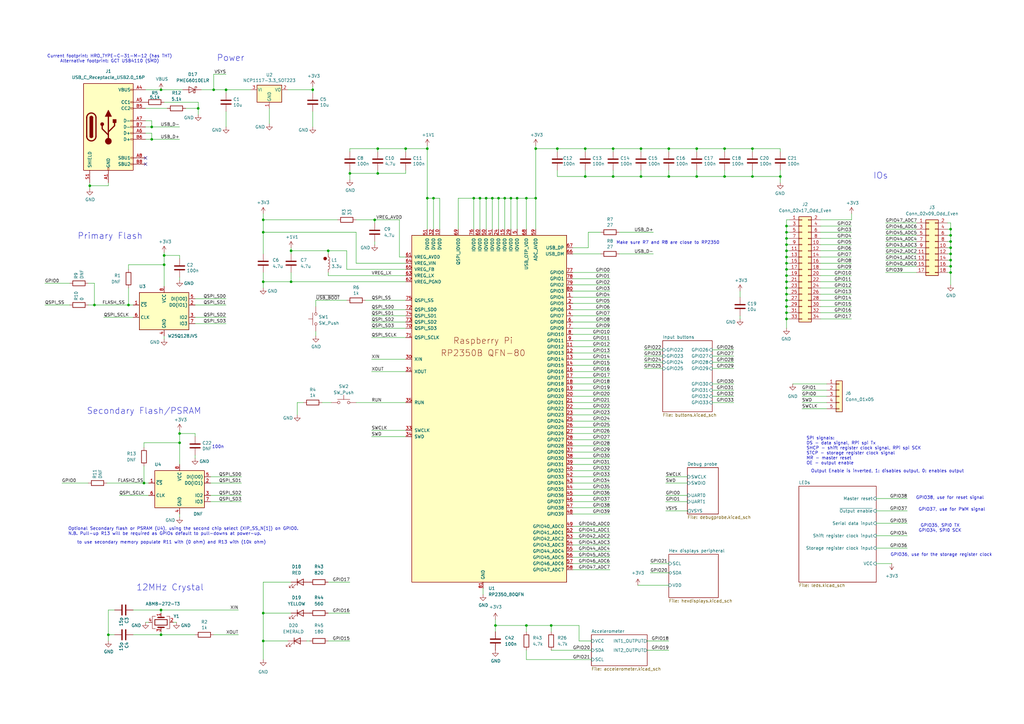
<source format=kicad_sch>
(kicad_sch (version 20250114) (generator "eeschema") (generator_version "9.0")
  (paper "A3")
  (title_block (title "Lab Platform Prototype Thesis Project") (date "2025-05-08") (rev "REV1") (comment 1 "Based on the RP2350B QFN80 Minimal Design Example reference design project files") (comment 2 "Gustav Alvestav and Hein Lee"))
  (circle (center 133.35 106.045) (radius 0.635) (stroke (width 0) (color 132 0 0 1)) (fill (type color) (color 132 0 0 1)))
  (text "Optional Secondary flash or PSRAM (U4), using the second chip select (XIP_SS_N[1]) on GPIO0.\nN.B. Pull-up R13 will be required as GPIOs default to pull-downs at power-up." (at 27.94 219.71 0) (effects (font (size 1.27 1.27)) (justify left bottom)))
  (text "IOs" (at 358.14 73.66 0) (effects (font (size 2.54 2.54)) (justify left bottom)))
  (text "GPIO36, use for the storage register clock" (at 386.08 227.584 0) (effects (font (size 1.27 1.27))))
  (text "12MHz Crystal" (at 55.88 242.57 0) (effects (font (size 2.54 2.54)) (justify left bottom)))
  (text "Current footprint: HRO_TYPE-C-31-M-12 (has THT)\nAlternative footprint: GCT USB4110 (SMD)" (at 44.958 24.13 0) (effects (font (size 1.27 1.27))))
  (text "GPIO35, SPI0 TX\nGPIO34, SPI0 SCK" (at 385.572 216.662 0) (effects (font (size 1.27 1.27))))
  (text "Primary Flash" (at 31.75 98.425 0) (effects (font (size 2.54 2.54)) (justify left bottom)))
  (text "100n" (at 89.408 183.388 0) (effects (font (size 1.27 1.27))))
  (text "Make sure R7 and R8 are close to RP2350\n" (at 252.73 100.33 0) (effects (font (size 1.27 1.27)) (justify left bottom)))
  (text "Secondary Flash/PSRAM" (at 35.56 170.18 0) (effects (font (size 2.54 2.54)) (justify left bottom)))
  (text "SPI signals:\nDS - data signal, RPi spi Tx\nSHCP - shift register clock signal, RPi spi SCK\nSTCP - storage register clock signal\nMR - master reset\nOE - output enable" (at 330.708 184.912 0) (effects (font (size 1.27 1.27)) (justify left)))
  (text "Output Enable is inverted, 1: disables output, 0: enables output" (at 363.982 193.294 0) (effects (font (size 1.27 1.27))))
  (text "GPIO37, use for PWM signal" (at 390.398 209.042 0) (effects (font (size 1.27 1.27))))
  (text "Power" (at 88.9 25.4 0) (effects (font (size 2.54 2.54)) (justify left bottom)))
  (text "to use secondary memory populate R11 with (0 ohm) and R13 with (10k ohm)" (at 70.358 222.504 0) (effects (font (size 1.27 1.27))))
  (text "GPIO38, use for reset signal\n" (at 389.636 204.216 0) (effects (font (size 1.27 1.27))))
  (junction (at 119.38 115.57))
  (junction (at 297.18 60.96))
  (junction (at 107.95 115.57))
  (junction (at 219.71 81.28))
  (junction (at 87.63 36.83))
  (junction (at 322.58 113.03))
  (junction (at 322.58 120.65))
  (junction (at 194.31 81.28))
  (junction (at 320.04 72.39))
  (junction (at 107.95 251.46))
  (junction (at 322.58 110.49))
  (junction (at 107.95 262.89))
  (junction (at 175.26 81.28))
  (junction (at 154.94 71.12))
  (junction (at 219.71 60.96))
  (junction (at 322.58 130.81))
  (junction (at 322.58 107.95))
  (junction (at 196.85 81.28))
  (junction (at 36.83 76.2))
  (junction (at 44.45 260.35))
  (junction (at 73.66 177.8))
  (junction (at 251.46 72.39))
  (junction (at 262.89 72.39))
  (junction (at 322.58 115.57))
  (junction (at 203.2 256.54))
  (junction (at 209.55 81.28))
  (junction (at 154.94 60.96))
  (junction (at 207.01 81.28))
  (junction (at 228.6 60.96))
  (junction (at 226.06 256.54))
  (junction (at 81.28 44.45))
  (junction (at 308.61 72.39))
  (junction (at 107.95 90.17))
  (junction (at 389.89 104.14))
  (junction (at 389.89 96.52))
  (junction (at 62.23 57.15))
  (junction (at 215.9 256.54))
  (junction (at 285.75 72.39))
  (junction (at 322.58 105.41))
  (junction (at 204.47 81.28))
  (junction (at 240.03 60.96))
  (junction (at 67.31 104.775))
  (junction (at 322.58 92.71))
  (junction (at 199.39 81.28))
  (junction (at 262.89 60.96))
  (junction (at 153.67 90.17))
  (junction (at 175.26 60.96))
  (junction (at 67.31 108.585))
  (junction (at 212.09 81.28))
  (junction (at 389.89 106.68))
  (junction (at 389.89 109.22))
  (junction (at 297.18 72.39))
  (junction (at 59.055 198.12))
  (junction (at 308.61 60.96))
  (junction (at 322.58 102.87))
  (junction (at 62.23 52.07))
  (junction (at 322.58 100.33))
  (junction (at 66.04 250.19))
  (junction (at 166.37 60.96))
  (junction (at 389.89 101.6))
  (junction (at 240.03 72.39))
  (junction (at 66.04 260.35))
  (junction (at 322.58 128.27))
  (junction (at 322.58 118.11))
  (junction (at 389.89 99.06))
  (junction (at 274.32 60.96))
  (junction (at 73.66 181.61))
  (junction (at 134.62 102.87))
  (junction (at 92.71 36.83))
  (junction (at 66.04 36.83))
  (junction (at 322.58 123.19))
  (junction (at 274.32 72.39))
  (junction (at 389.89 111.76))
  (junction (at 322.58 125.73))
  (junction (at 177.8 81.28))
  (junction (at 285.75 60.96))
  (junction (at 52.705 125.095))
  (junction (at 215.9 81.28))
  (junction (at 389.89 93.98))
  (junction (at 119.38 102.87))
  (junction (at 38.735 125.095))
  (junction (at 128.27 36.83))
  (junction (at 322.58 95.25))
  (junction (at 251.46 60.96))
  (junction (at 201.93 81.28))
  (junction (at 143.51 71.12))
  (junction (at 322.58 97.79))
  (junction (at 107.95 95.25))
  (no_connect (at 59.69 67.31))
  (no_connect (at 59.69 64.77))
  (wire (pts (xy 237.49 256.54) (xy 237.49 262.89)))
  (wire (pts (xy 234.95 139.7) (xy 250.19 139.7)))
  (wire (pts (xy 107.95 111.76) (xy 107.95 115.57)))
  (wire (pts (xy 389.89 106.68) (xy 389.89 109.22)))
  (wire (pts (xy 349.25 107.95) (xy 336.55 107.95)))
  (wire (pts (xy 322.58 123.19) (xy 322.58 125.73)))
  (wire (pts (xy 234.95 132.08) (xy 250.19 132.08)))
  (wire (pts (xy 154.94 60.96) (xy 166.37 60.96)))
  (wire (pts (xy 107.95 95.25) (xy 146.05 95.25)))
  (wire (pts (xy 375.92 101.6) (xy 363.22 101.6)))
  (wire (pts (xy 128.27 36.83) (xy 128.27 35.56)))
  (wire (pts (xy 62.23 57.15) (xy 73.66 57.15)))
  (wire (pts (xy 264.16 146.05) (xy 271.78 146.05)))
  (wire (pts (xy 300.99 148.59) (xy 292.1 148.59)))
  (wire (pts (xy 274.32 62.23) (xy 274.32 60.96)))
  (wire (pts (xy 62.23 52.07) (xy 59.69 52.07)))
  (wire (pts (xy 274.32 69.85) (xy 274.32 72.39)))
  (wire (pts (xy 234.95 129.54) (xy 250.19 129.54)))
  (wire (pts (xy 107.95 115.57) (xy 107.95 118.11)))
  (wire (pts (xy 81.28 46.99) (xy 81.28 44.45)))
  (wire (pts (xy 228.6 60.96) (xy 240.03 60.96)))
  (wire (pts (xy 349.25 113.03) (xy 336.55 113.03)))
  (wire (pts (xy 207.01 81.28) (xy 209.55 81.28)))
  (wire (pts (xy 154.94 62.23) (xy 154.94 60.96)))
  (wire (pts (xy 166.37 138.43) (xy 152.4 138.43)))
  (wire (pts (xy 154.94 71.12) (xy 166.37 71.12)))
  (wire (pts (xy 36.195 125.095) (xy 38.735 125.095)))
  (wire (pts (xy 107.95 238.76) (xy 107.95 251.46)))
  (wire (pts (xy 36.83 74.93) (xy 36.83 76.2)))
  (wire (pts (xy 80.01 177.8) (xy 73.66 177.8)))
  (wire (pts (xy 300.99 143.51) (xy 292.1 143.51)))
  (wire (pts (xy 107.95 251.46) (xy 107.95 262.89)))
  (wire (pts (xy 143.51 69.85) (xy 143.51 71.12)))
  (wire (pts (xy 300.99 165.1) (xy 292.1 165.1)))
  (wire (pts (xy 234.95 101.6) (xy 241.3 101.6)))
  (wire (pts (xy 86.36 205.74) (xy 99.06 205.74)))
  (wire (pts (xy 234.95 233.68) (xy 250.19 233.68)))
  (wire (pts (xy 349.25 118.11) (xy 336.55 118.11)))
  (wire (pts (xy 389.89 101.6) (xy 389.89 104.14)))
  (wire (pts (xy 226.06 266.7) (xy 242.57 266.7)))
  (wire (pts (xy 322.58 128.27) (xy 322.58 130.81)))
  (wire (pts (xy 134.62 262.89) (xy 143.51 262.89)))
  (wire (pts (xy 372.11 224.79) (xy 359.41 224.79)))
  (wire (pts (xy 234.95 231.14) (xy 250.19 231.14)))
  (wire (pts (xy 285.75 62.23) (xy 285.75 60.96)))
  (wire (pts (xy 349.25 87.63) (xy 349.25 90.17)))
  (wire (pts (xy 166.37 176.53) (xy 152.4 176.53)))
  (wire (pts (xy 234.95 218.44) (xy 250.19 218.44)))
  (wire (pts (xy 54.61 260.35) (xy 66.04 260.35)))
  (wire (pts (xy 142.24 102.87) (xy 134.62 102.87)))
  (wire (pts (xy 82.55 36.83) (xy 87.63 36.83)))
  (wire (pts (xy 262.89 62.23) (xy 262.89 60.96)))
  (wire (pts (xy 146.05 90.17) (xy 153.67 90.17)))
  (wire (pts (xy 389.89 99.06) (xy 389.89 101.6)))
  (wire (pts (xy 107.95 90.17) (xy 138.43 90.17)))
  (wire (pts (xy 262.89 69.85) (xy 262.89 72.39)))
  (wire (pts (xy 226.06 256.54) (xy 226.06 259.08)))
  (wire (pts (xy 153.67 90.17) (xy 163.83 90.17)))
  (wire (pts (xy 300.99 160.02) (xy 292.1 160.02)))
  (wire (pts (xy 234.95 111.76) (xy 250.19 111.76)))
  (wire (pts (xy 323.85 120.65) (xy 322.58 120.65)))
  (wire (pts (xy 234.95 198.12) (xy 250.19 198.12)))
  (wire (pts (xy 215.9 266.7) (xy 215.9 270.51)))
  (wire (pts (xy 328.93 165.1) (xy 339.09 165.1)))
  (wire (pts (xy 328.93 167.64) (xy 339.09 167.64)))
  (wire (pts (xy 389.89 111.76) (xy 389.89 116.84)))
  (wire (pts (xy 322.58 125.73) (xy 322.58 128.27)))
  (wire (pts (xy 199.39 93.98) (xy 199.39 81.28)))
  (wire (pts (xy 203.2 254) (xy 203.2 256.54)))
  (wire (pts (xy 44.45 74.93) (xy 44.45 76.2)))
  (wire (pts (xy 234.95 185.42) (xy 250.19 185.42)))
  (wire (pts (xy 322.58 102.87) (xy 322.58 105.41)))
  (wire (pts (xy 219.71 81.28) (xy 219.71 93.98)))
  (wire (pts (xy 129.54 123.19) (xy 129.54 125.73)))
  (wire (pts (xy 212.09 81.28) (xy 212.09 93.98)))
  (wire (pts (xy 62.23 57.15) (xy 59.69 57.15)))
  (wire (pts (xy 52.705 118.11) (xy 52.705 125.095)))
  (wire (pts (xy 187.96 93.98) (xy 187.96 81.28)))
  (wire (pts (xy 300.99 146.05) (xy 292.1 146.05)))
  (wire (pts (xy 67.31 103.505) (xy 67.31 104.775)))
  (wire (pts (xy 215.9 270.51) (xy 242.57 270.51)))
  (wire (pts (xy 18.415 116.205) (xy 28.575 116.205)))
  (wire (pts (xy 297.18 60.96) (xy 308.61 60.96)))
  (wire (pts (xy 107.95 238.76) (xy 119.38 238.76)))
  (wire (pts (xy 388.62 111.76) (xy 389.89 111.76)))
  (wire (pts (xy 322.58 130.81) (xy 322.58 134.62)))
  (wire (pts (xy 336.55 128.27) (xy 349.25 128.27)))
  (wire (pts (xy 308.61 72.39) (xy 297.18 72.39)))
  (wire (pts (xy 349.25 120.65) (xy 336.55 120.65)))
  (wire (pts (xy 201.93 81.28) (xy 204.47 81.28)))
  (wire (pts (xy 234.95 160.02) (xy 250.19 160.02)))
  (wire (pts (xy 274.32 72.39) (xy 262.89 72.39)))
  (wire (pts (xy 308.61 69.85) (xy 308.61 72.39)))
  (wire (pts (xy 175.26 60.96) (xy 175.26 81.28)))
  (wire (pts (xy 81.28 44.45) (xy 76.2 44.45)))
  (wire (pts (xy 196.85 81.28) (xy 199.39 81.28)))
  (wire (pts (xy 146.05 95.25) (xy 146.05 107.95)))
  (wire (pts (xy 234.95 142.24) (xy 250.19 142.24)))
  (wire (pts (xy 201.93 93.98) (xy 201.93 81.28)))
  (wire (pts (xy 52.705 108.585) (xy 67.31 108.585)))
  (wire (pts (xy 71.12 255.27) (xy 72.39 255.27)))
  (wire (pts (xy 73.66 181.61) (xy 73.66 190.5)))
  (wire (pts (xy 388.62 109.22) (xy 389.89 109.22)))
  (wire (pts (xy 107.95 251.46) (xy 119.38 251.46)))
  (wire (pts (xy 199.39 81.28) (xy 201.93 81.28)))
  (wire (pts (xy 92.71 38.1) (xy 92.71 36.83)))
  (wire (pts (xy 388.62 104.14) (xy 389.89 104.14)))
  (wire (pts (xy 323.85 113.03) (xy 322.58 113.03)))
  (wire (pts (xy 389.89 96.52) (xy 389.89 99.06)))
  (wire (pts (xy 234.95 180.34) (xy 250.19 180.34)))
  (wire (pts (xy 86.36 198.12) (xy 99.06 198.12)))
  (wire (pts (xy 124.46 165.1) (xy 121.92 165.1)))
  (wire (pts (xy 274.32 60.96) (xy 285.75 60.96)))
  (wire (pts (xy 240.03 60.96) (xy 251.46 60.96)))
  (wire (pts (xy 52.705 110.49) (xy 52.705 108.585)))
  (wire (pts (xy 107.95 115.57) (xy 119.38 115.57)))
  (wire (pts (xy 234.95 157.48) (xy 250.19 157.48)))
  (wire (pts (xy 134.62 113.03) (xy 166.37 113.03)))
  (wire (pts (xy 240.03 69.85) (xy 240.03 72.39)))
  (wire (pts (xy 46.99 260.35) (xy 44.45 260.35)))
  (wire (pts (xy 234.95 134.62) (xy 250.19 134.62)))
  (wire (pts (xy 234.95 182.88) (xy 250.19 182.88)))
  (wire (pts (xy 273.05 198.12) (xy 281.94 198.12)))
  (wire (pts (xy 80.01 132.715) (xy 92.71 132.715)))
  (wire (pts (xy 119.38 101.6) (xy 119.38 102.87)))
  (wire (pts (xy 149.86 123.19) (xy 166.37 123.19)))
  (wire (pts (xy 143.51 62.23) (xy 143.51 60.96)))
  (wire (pts (xy 372.11 204.47) (xy 359.41 204.47)))
  (wire (pts (xy 62.23 52.07) (xy 73.66 52.07)))
  (wire (pts (xy 336.55 130.81) (xy 349.25 130.81)))
  (wire (pts (xy 62.23 49.53) (xy 62.23 52.07)))
  (wire (pts (xy 153.67 100.33) (xy 153.67 99.06)))
  (wire (pts (xy 134.62 113.03) (xy 134.62 111.76)))
  (wire (pts (xy 388.62 99.06) (xy 389.89 99.06)))
  (wire (pts (xy 153.67 90.17) (xy 153.67 91.44)))
  (wire (pts (xy 261.62 240.03) (xy 274.32 240.03)))
  (wire (pts (xy 209.55 81.28) (xy 212.09 81.28)))
  (wire (pts (xy 349.25 110.49) (xy 336.55 110.49)))
  (wire (pts (xy 87.63 36.83) (xy 92.71 36.83)))
  (wire (pts (xy 375.92 111.76) (xy 363.22 111.76)))
  (wire (pts (xy 215.9 256.54) (xy 215.9 259.08)))
  (wire (pts (xy 234.95 193.04) (xy 250.19 193.04)))
  (wire (pts (xy 328.93 162.56) (xy 339.09 162.56)))
  (wire (pts (xy 44.45 260.35) (xy 44.45 262.89)))
  (wire (pts (xy 67.31 137.795) (xy 67.31 139.065)))
  (wire (pts (xy 389.89 91.44) (xy 389.89 93.98)))
  (wire (pts (xy 234.95 154.94) (xy 250.19 154.94)))
  (wire (pts (xy 322.58 130.81) (xy 323.85 130.81)))
  (wire (pts (xy 59.055 198.12) (xy 60.96 198.12)))
  (wire (pts (xy 375.92 96.52) (xy 363.22 96.52)))
  (wire (pts (xy 254 104.14) (xy 267.97 104.14)))
  (wire (pts (xy 175.26 81.28) (xy 175.26 93.98)))
  (wire (pts (xy 142.24 110.49) (xy 142.24 102.87)))
  (wire (pts (xy 234.95 203.2) (xy 250.19 203.2)))
  (wire (pts (xy 59.69 255.27) (xy 60.96 255.27)))
  (wire (pts (xy 375.92 93.98) (xy 363.22 93.98)))
  (wire (pts (xy 234.95 215.9) (xy 250.19 215.9)))
  (wire (pts (xy 234.95 116.84) (xy 250.19 116.84)))
  (wire (pts (xy 388.62 91.44) (xy 389.89 91.44)))
  (wire (pts (xy 234.95 175.26) (xy 250.19 175.26)))
  (wire (pts (xy 36.195 116.205) (xy 38.735 116.205)))
  (wire (pts (xy 234.95 124.46) (xy 250.19 124.46)))
  (wire (pts (xy 59.055 183.515) (xy 59.055 181.61)))
  (wire (pts (xy 349.25 100.33) (xy 336.55 100.33)))
  (wire (pts (xy 323.85 102.87) (xy 322.58 102.87)))
  (wire (pts (xy 300.99 162.56) (xy 292.1 162.56)))
  (wire (pts (xy 67.31 108.585) (xy 67.31 117.475)))
  (wire (pts (xy 48.895 203.2) (xy 60.96 203.2)))
  (wire (pts (xy 143.51 71.12) (xy 143.51 73.66)))
  (wire (pts (xy 127 262.89) (xy 125.73 262.89)))
  (wire (pts (xy 204.47 81.28) (xy 207.01 81.28)))
  (wire (pts (xy 349.25 123.19) (xy 336.55 123.19)))
  (wire (pts (xy 234.95 127) (xy 250.19 127)))
  (wire (pts (xy 118.11 36.83) (xy 128.27 36.83)))
  (wire (pts (xy 323.85 123.19) (xy 322.58 123.19)))
  (wire (pts (xy 134.62 251.46) (xy 143.51 251.46)))
  (wire (pts (xy 107.95 262.89) (xy 107.95 270.51)))
  (wire (pts (xy 154.94 69.85) (xy 154.94 71.12)))
  (wire (pts (xy 308.61 60.96) (xy 320.04 60.96)))
  (wire (pts (xy 251.46 62.23) (xy 251.46 60.96)))
  (wire (pts (xy 388.62 93.98) (xy 389.89 93.98)))
  (wire (pts (xy 81.28 41.91) (xy 81.28 44.45)))
  (wire (pts (xy 67.31 104.775) (xy 67.31 108.585)))
  (wire (pts (xy 54.61 250.19) (xy 66.04 250.19)))
  (wire (pts (xy 322.58 90.17) (xy 322.58 92.71)))
  (wire (pts (xy 80.01 130.175) (xy 92.71 130.175)))
  (wire (pts (xy 152.4 147.32) (xy 166.37 147.32)))
  (wire (pts (xy 198.12 241.3) (xy 198.12 243.84)))
  (wire (pts (xy 152.4 132.08) (xy 166.37 132.08)))
  (wire (pts (xy 389.89 109.22) (xy 389.89 111.76)))
  (wire (pts (xy 44.45 250.19) (xy 44.45 260.35)))
  (wire (pts (xy 92.71 45.72) (xy 92.71 52.07)))
  (wire (pts (xy 180.34 81.28) (xy 180.34 93.98)))
  (wire (pts (xy 194.31 93.98) (xy 194.31 81.28)))
  (wire (pts (xy 237.49 262.89) (xy 242.57 262.89)))
  (wire (pts (xy 143.51 60.96) (xy 154.94 60.96)))
  (wire (pts (xy 107.95 262.89) (xy 118.11 262.89)))
  (wire (pts (xy 234.95 152.4) (xy 250.19 152.4)))
  (wire (pts (xy 42.545 130.175) (xy 54.61 130.175)))
  (wire (pts (xy 375.92 91.44) (xy 363.22 91.44)))
  (wire (pts (xy 73.66 104.775) (xy 67.31 104.775)))
  (wire (pts (xy 234.95 190.5) (xy 250.19 190.5)))
  (wire (pts (xy 320.04 62.23) (xy 320.04 60.96)))
  (wire (pts (xy 152.4 127) (xy 166.37 127)))
  (wire (pts (xy 325.12 157.48) (xy 339.09 157.48)))
  (wire (pts (xy 322.58 97.79) (xy 322.58 100.33)))
  (wire (pts (xy 59.69 36.83) (xy 66.04 36.83)))
  (wire (pts (xy 241.3 95.25) (xy 241.3 101.6)))
  (wire (pts (xy 388.62 106.68) (xy 389.89 106.68)))
  (wire (pts (xy 38.735 125.095) (xy 52.705 125.095)))
  (wire (pts (xy 73.66 210.82) (xy 73.66 212.09)))
  (wire (pts (xy 297.18 69.85) (xy 297.18 72.39)))
  (wire (pts (xy 219.71 59.69) (xy 219.71 60.96)))
  (wire (pts (xy 297.18 62.23) (xy 297.18 60.96)))
  (wire (pts (xy 322.58 105.41) (xy 322.58 107.95)))
  (wire (pts (xy 152.4 129.54) (xy 166.37 129.54)))
  (wire (pts (xy 323.85 110.49) (xy 322.58 110.49)))
  (wire (pts (xy 203.2 256.54) (xy 215.9 256.54)))
  (wire (pts (xy 92.71 30.48) (xy 87.63 30.48)))
  (wire (pts (xy 73.66 177.8) (xy 73.66 181.61)))
  (wire (pts (xy 273.05 209.55) (xy 281.94 209.55)))
  (wire (pts (xy 152.4 134.62) (xy 166.37 134.62)))
  (wire (pts (xy 66.04 259.08) (xy 66.04 260.35)))
  (wire (pts (xy 274.32 266.7) (xy 265.43 266.7)))
  (wire (pts (xy 308.61 62.23) (xy 308.61 60.96)))
  (wire (pts (xy 273.05 203.2) (xy 281.94 203.2)))
  (wire (pts (xy 323.85 115.57) (xy 322.58 115.57)))
  (wire (pts (xy 251.46 60.96) (xy 262.89 60.96)))
  (wire (pts (xy 132.08 165.1) (xy 135.89 165.1)))
  (wire (pts (xy 266.7 234.95) (xy 274.32 234.95)))
  (wire (pts (xy 320.04 72.39) (xy 308.61 72.39)))
  (wire (pts (xy 73.66 106.045) (xy 73.66 104.775)))
  (wire (pts (xy 234.95 170.18) (xy 250.19 170.18)))
  (wire (pts (xy 303.53 119.38) (xy 303.53 121.92)))
  (wire (pts (xy 388.62 101.6) (xy 389.89 101.6)))
  (wire (pts (xy 87.63 30.48) (xy 87.63 36.83)))
  (wire (pts (xy 166.37 60.96) (xy 175.26 60.96)))
  (wire (pts (xy 375.92 104.14) (xy 363.22 104.14)))
  (wire (pts (xy 264.16 143.51) (xy 271.78 143.51)))
  (wire (pts (xy 285.75 60.96) (xy 297.18 60.96)))
  (wire (pts (xy 119.38 115.57) (xy 166.37 115.57)))
  (wire (pts (xy 68.58 44.45) (xy 59.69 44.45)))
  (wire (pts (xy 297.18 72.39) (xy 285.75 72.39)))
  (wire (pts (xy 234.95 220.98) (xy 250.19 220.98)))
  (wire (pts (xy 219.71 60.96) (xy 228.6 60.96)))
  (wire (pts (xy 119.38 111.76) (xy 119.38 115.57)))
  (wire (pts (xy 372.11 219.71) (xy 359.41 219.71)))
  (wire (pts (xy 44.45 76.2) (xy 36.83 76.2)))
  (wire (pts (xy 163.83 90.17) (xy 163.83 105.41)))
  (wire (pts (xy 285.75 69.85) (xy 285.75 72.39)))
  (wire (pts (xy 328.93 160.02) (xy 339.09 160.02)))
  (wire (pts (xy 59.055 191.135) (xy 59.055 198.12)))
  (wire (pts (xy 166.37 179.07) (xy 152.4 179.07)))
  (wire (pts (xy 389.89 104.14) (xy 389.89 106.68)))
  (wire (pts (xy 300.99 151.13) (xy 292.1 151.13)))
  (wire (pts (xy 241.3 95.25) (xy 246.38 95.25)))
  (wire (pts (xy 323.85 95.25) (xy 322.58 95.25)))
  (wire (pts (xy 234.95 223.52) (xy 250.19 223.52)))
  (wire (pts (xy 234.95 162.56) (xy 250.19 162.56)))
  (wire (pts (xy 322.58 92.71) (xy 322.58 95.25)))
  (wire (pts (xy 142.24 123.19) (xy 129.54 123.19)))
  (wire (pts (xy 25.4 198.12) (xy 36.195 198.12)))
  (wire (pts (xy 177.8 81.28) (xy 180.34 81.28)))
  (wire (pts (xy 66.04 260.35) (xy 80.01 260.35)))
  (wire (pts (xy 349.25 125.73) (xy 336.55 125.73)))
  (wire (pts (xy 73.66 176.53) (xy 73.66 177.8)))
  (wire (pts (xy 163.83 105.41) (xy 166.37 105.41)))
  (wire (pts (xy 196.85 93.98) (xy 196.85 81.28)))
  (wire (pts (xy 129.54 135.89) (xy 129.54 137.795)))
  (wire (pts (xy 251.46 69.85) (xy 251.46 72.39)))
  (wire (pts (xy 46.99 250.19) (xy 44.45 250.19)))
  (wire (pts (xy 234.95 210.82) (xy 250.19 210.82)))
  (wire (pts (xy 372.11 214.63) (xy 359.41 214.63)))
  (wire (pts (xy 323.85 105.41) (xy 322.58 105.41)))
  (wire (pts (xy 38.735 116.205) (xy 38.735 125.095)))
  (wire (pts (xy 322.58 110.49) (xy 322.58 113.03)))
  (wire (pts (xy 254 95.25) (xy 267.97 95.25)))
  (wire (pts (xy 349.25 105.41) (xy 336.55 105.41)))
  (wire (pts (xy 349.25 97.79) (xy 336.55 97.79)))
  (wire (pts (xy 234.95 172.72) (xy 250.19 172.72)))
  (wire (pts (xy 209.55 93.98) (xy 209.55 81.28)))
  (wire (pts (xy 323.85 125.73) (xy 322.58 125.73)))
  (wire (pts (xy 175.26 59.69) (xy 175.26 60.96)))
  (wire (pts (xy 107.95 90.17) (xy 107.95 95.25)))
  (wire (pts (xy 234.95 167.64) (xy 250.19 167.64)))
  (wire (pts (xy 119.38 102.87) (xy 134.62 102.87)))
  (wire (pts (xy 215.9 93.98) (xy 215.9 81.28)))
  (wire (pts (xy 62.23 49.53) (xy 59.69 49.53)))
  (wire (pts (xy 320.04 72.39) (xy 320.04 74.93)))
  (wire (pts (xy 375.92 109.22) (xy 363.22 109.22)))
  (wire (pts (xy 215.9 81.28) (xy 219.71 81.28)))
  (wire (pts (xy 212.09 81.28) (xy 215.9 81.28)))
  (wire (pts (xy 66.04 36.83) (xy 74.93 36.83)))
  (wire (pts (xy 234.95 195.58) (xy 250.19 195.58)))
  (wire (pts (xy 251.46 72.39) (xy 240.03 72.39)))
  (wire (pts (xy 262.89 72.39) (xy 251.46 72.39)))
  (wire (pts (xy 67.31 41.91) (xy 81.28 41.91)))
  (wire (pts (xy 323.85 92.71) (xy 322.58 92.71)))
  (wire (pts (xy 66.04 250.19) (xy 97.79 250.19)))
  (wire (pts (xy 349.25 92.71) (xy 336.55 92.71)))
  (wire (pts (xy 234.95 137.16) (xy 250.19 137.16)))
  (wire (pts (xy 203.2 259.08) (xy 203.2 256.54)))
  (wire (pts (xy 323.85 97.79) (xy 322.58 97.79)))
  (wire (pts (xy 107.95 87.63) (xy 107.95 90.17)))
  (wire (pts (xy 300.99 157.48) (xy 292.1 157.48)))
  (wire (pts (xy 134.62 102.87) (xy 134.62 104.14)))
  (wire (pts (xy 194.31 81.28) (xy 196.85 81.28)))
  (wire (pts (xy 234.95 205.74) (xy 250.19 205.74)))
  (wire (pts (xy 322.58 115.57) (xy 322.58 118.11)))
  (wire (pts (xy 204.47 93.98) (xy 204.47 81.28)))
  (wire (pts (xy 349.25 115.57) (xy 336.55 115.57)))
  (wire (pts (xy 388.62 96.52) (xy 389.89 96.52)))
  (wire (pts (xy 274.32 262.89) (xy 265.43 262.89)))
  (wire (pts (xy 234.95 208.28) (xy 250.19 208.28)))
  (wire (pts (xy 228.6 62.23) (xy 228.6 60.96)))
  (wire (pts (xy 110.49 44.45) (xy 110.49 50.8)))
  (wire (pts (xy 234.95 187.96) (xy 250.19 187.96)))
  (wire (pts (xy 234.95 177.8) (xy 250.19 177.8)))
  (wire (pts (xy 322.58 107.95) (xy 322.58 110.49)))
  (wire (pts (xy 372.11 209.55) (xy 359.41 209.55)))
  (wire (pts (xy 273.05 195.58) (xy 281.94 195.58)))
  (wire (pts (xy 349.25 90.17) (xy 336.55 90.17)))
  (wire (pts (xy 166.37 62.23) (xy 166.37 60.96)))
  (wire (pts (xy 323.85 100.33) (xy 322.58 100.33)))
  (wire (pts (xy 62.23 54.61) (xy 59.69 54.61)))
  (wire (pts (xy 234.95 119.38) (xy 250.19 119.38)))
  (wire (pts (xy 234.95 149.86) (xy 250.19 149.86)))
  (wire (pts (xy 234.95 165.1) (xy 250.19 165.1)))
  (wire (pts (xy 128.27 38.1) (xy 128.27 36.83)))
  (wire (pts (xy 285.75 72.39) (xy 274.32 72.39)))
  (wire (pts (xy 234.95 121.92) (xy 250.19 121.92)))
  (wire (pts (xy 143.51 71.12) (xy 154.94 71.12)))
  (wire (pts (xy 187.96 81.28) (xy 194.31 81.28)))
  (wire (pts (xy 375.92 99.06) (xy 363.22 99.06)))
  (wire (pts (xy 134.62 238.76) (xy 143.51 238.76)))
  (wire (pts (xy 52.705 125.095) (xy 54.61 125.095)))
  (wire (pts (xy 365.76 231.14) (xy 359.41 231.14)))
  (wire (pts (xy 234.95 200.66) (xy 250.19 200.66)))
  (wire (pts (xy 389.89 93.98) (xy 389.89 96.52)))
  (wire (pts (xy 62.23 54.61) (xy 62.23 57.15)))
  (wire (pts (xy 146.05 107.95) (xy 166.37 107.95)))
  (wire (pts (xy 177.8 81.28) (xy 175.26 81.28)))
  (wire (pts (xy 102.87 36.83) (xy 92.71 36.83)))
  (wire (pts (xy 207.01 81.28) (xy 207.01 93.98)))
  (wire (pts (xy 166.37 110.49) (xy 142.24 110.49)))
  (wire (pts (xy 264.16 151.13) (xy 271.78 151.13)))
  (wire (pts (xy 80.01 179.07) (xy 80.01 177.8)))
  (wire (pts (xy 36.83 76.2) (xy 36.83 77.47)))
  (wire (pts (xy 323.85 118.11) (xy 322.58 118.11)))
  (wire (pts (xy 128.27 45.72) (xy 128.27 52.07)))
  (wire (pts (xy 240.03 62.23) (xy 240.03 60.96)))
  (wire (pts (xy 80.01 186.69) (xy 80.01 187.96)))
  (wire (pts (xy 322.58 113.03) (xy 322.58 115.57)))
  (wire (pts (xy 86.36 203.2) (xy 99.06 203.2)))
  (wire (pts (xy 234.95 104.14) (xy 246.38 104.14)))
  (wire (pts (xy 240.03 72.39) (xy 228.6 72.39)))
  (wire (pts (xy 121.92 165.1) (xy 121.92 170.18)))
  (wire (pts (xy 228.6 69.85) (xy 228.6 72.39)))
  (wire (pts (xy 66.04 251.46) (xy 66.04 250.19)))
  (wire (pts (xy 322.58 95.25) (xy 322.58 97.79)))
  (wire (pts (xy 349.25 102.87) (xy 336.55 102.87)))
  (wire (pts (xy 219.71 60.96) (xy 219.71 81.28)))
  (wire (pts (xy 323.85 90.17) (xy 322.58 90.17)))
  (wire (pts (xy 119.38 104.14) (xy 119.38 102.87)))
  (wire (pts (xy 234.95 144.78) (xy 250.19 144.78)))
  (wire (pts (xy 234.95 114.3) (xy 250.19 114.3)))
  (wire (pts (xy 234.95 226.06) (xy 250.19 226.06)))
  (wire (pts (xy 59.055 181.61) (xy 73.66 181.61)))
  (wire (pts (xy 273.05 205.74) (xy 281.94 205.74)))
  (wire (pts (xy 303.53 129.54) (xy 303.53 130.81)))
  (wire (pts (xy 87.63 260.35) (xy 97.79 260.35)))
  (wire (pts (xy 234.95 228.6) (xy 250.19 228.6)))
  (wire (pts (xy 80.01 122.555) (xy 92.71 122.555)))
  (wire (pts (xy 86.36 195.58) (xy 99.06 195.58)))
  (wire (pts (xy 349.25 95.25) (xy 336.55 95.25)))
  (wire (pts (xy 322.58 118.11) (xy 322.58 120.65)))
  (wire (pts (xy 262.89 60.96) (xy 274.32 60.96)))
  (wire (pts (xy 166.37 152.4) (xy 152.4 152.4)))
  (wire (pts (xy 323.85 128.27) (xy 322.58 128.27)))
  (wire (pts (xy 18.415 125.095) (xy 28.575 125.095)))
  (wire (pts (xy 323.85 107.95) (xy 322.58 107.95)))
  (wire (pts (xy 322.58 120.65) (xy 322.58 123.19)))
  (wire (pts (xy 375.92 106.68) (xy 363.22 106.68)))
  (wire (pts (xy 226.06 256.54) (xy 237.49 256.54)))
  (wire (pts (xy 80.01 125.095) (xy 92.71 125.095)))
  (wire (pts (xy 264.16 148.59) (xy 271.78 148.59)))
  (wire (pts (xy 166.37 71.12) (xy 166.37 69.85)))
  (wire (pts (xy 107.95 95.25) (xy 107.95 104.14)))
  (wire (pts (xy 177.8 93.98) (xy 177.8 81.28)))
  (wire (pts (xy 146.05 165.1) (xy 166.37 165.1)))
  (wire (pts (xy 320.04 69.85) (xy 320.04 72.39)))
  (wire (pts (xy 266.7 231.14) (xy 274.32 231.14)))
  (wire (pts (xy 43.815 198.12) (xy 59.055 198.12)))
  (wire (pts (xy 215.9 256.54) (xy 226.06 256.54)))
  (wire (pts (xy 73.66 113.665) (xy 73.66 114.935)))
  (wire (pts (xy 322.58 100.33) (xy 322.58 102.87)))
  (wire (pts (xy 234.95 147.32) (xy 250.19 147.32)))
  (label "XIN" (at 152.4 147.32 0))
  (label "GPIO44_ADC4" (at 363.22 99.06 0))
  (label "USB_D+" (at 267.97 95.25 180))
  (label "GPIO33" (at 250.19 195.58 180))
  (label "GPIO40_ADC0" (at 250.19 215.9 180))
  (label "GPIO29" (at 300.99 151.13 180))
  (label "GPIO32" (at 250.19 193.04 180))
  (label "GPIO45_ADC5" (at 250.19 228.6 180))
  (label "GPIO17" (at 143.51 238.76 180))
  (label "GPIO43_ADC3" (at 363.22 101.6 0))
  (label "GPIO16" (at 143.51 251.46 180))
  (label "GPIO21" (at 266.7 231.14 0))
  (label "GPIO18" (at 274.32 262.89 180))
  (label "VSYS" (at 92.71 30.48 180))
  (label "GPIO41_ADC1" (at 250.19 218.44 180))
  (label "GPIO11" (at 349.25 115.57 180))
  (label "XOUT" (at 152.4 152.4 0))
  (label "GPIO25" (at 264.16 151.13 0))
  (label "GPIO3" (at 349.25 95.25 180))
  (label "GPIO18" (at 250.19 157.48 180))
  (label "GPIO15" (at 349.25 125.73 180))
  (label "GPIO39" (at 363.22 111.76 0))
  (label "FLASH2_SS" (at 48.26 198.12 0))
  (label "~{USB_BOOT}" (at 129.54 123.19 0))
  (label "GPIO24" (at 264.16 148.59 0))
  (label "GPIO8" (at 349.25 107.95 180))
  (label "GPIO20" (at 266.7 234.95 0))
  (label "GPIO46_ADC6" (at 363.22 93.98 0))
  (label "GPIO12" (at 250.19 142.24 180))
  (label "GPIO8" (at 250.19 132.08 180))
  (label "QSPI_SD2" (at 92.71 130.175 180))
  (label "GPIO45_ADC5" (at 363.22 96.52 0))
  (label "GPIO3" (at 250.19 119.38 180))
  (label "GPIO0" (at 18.415 116.205 0))
  (label "GPIO25" (at 250.19 175.26 180))
  (label "GPIO19" (at 274.32 266.7 180))
  (label "GPIO0" (at 273.05 203.2 0))
  (label "GPIO13" (at 250.19 144.78 180))
  (label "GPIO36" (at 250.19 203.2 180))
  (label "GPIO26" (at 300.99 143.51 180))
  (label "GPIO2" (at 250.19 116.84 180))
  (label "XIN" (at 97.79 250.19 180))
  (label "SWD" (at 328.93 165.1 0))
  (label "GPIO38" (at 250.19 208.28 180))
  (label "GPIO0" (at 328.93 162.56 0))
  (label "RUN" (at 152.4 165.1 0))
  (label "GPIO16" (at 250.19 152.4 180))
  (label "SWCLK" (at 328.93 167.64 0))
  (label "QSPI_SD0" (at 152.4 127 0))
  (label "GPIO5" (at 250.19 124.46 180))
  (label "GPIO36" (at 372.11 224.79 180))
  (label "QSPI_SD0" (at 92.71 122.555 180))
  (label "GPIO43_ADC3" (at 250.19 223.52 180))
  (label "QSPI_SS" (at 152.4 123.19 0))
  (label "SWCLK" (at 152.4 176.53 0))
  (label "GPIO1" (at 250.19 114.3 180))
  (label "GPIO21" (at 250.19 165.1 180))
  (label "QSPI_SD2" (at 99.06 203.2 180))
  (label "GPIO35" (at 250.19 200.66 180))
  (label "GPIO37" (at 250.19 205.74 180))
  (label "GPIO20" (at 250.19 162.56 180))
  (label "GPIO40_ADC0" (at 363.22 109.22 0))
  (label "GPIO12" (at 349.25 118.11 180))
  (label "GPIO10" (at 349.25 113.03 180))
  (label "GPIO7" (at 250.19 129.54 180))
  (label "QSPI_SD3" (at 92.71 132.715 180))
  (label "XOUT" (at 97.79 260.35 180))
  (label "GPIO17" (at 250.19 154.94 180))
  (label "GPIO7" (at 349.25 105.41 180))
  (label "GPIO38" (at 372.11 204.47 180))
  (label "GPIO35" (at 372.11 214.63 180))
  (label "GPIO47_ADC7" (at 250.19 233.68 180))
  (label "GPIO17" (at 349.25 130.81 180))
  (label "GPIO39" (at 250.19 210.82 180))
  (label "QSPI_SS" (at 18.415 125.095 0))
  (label "GPIO29" (at 250.19 185.42 180))
  (label "GPIO22" (at 264.16 143.51 0))
  (label "QSPI_SD0" (at 99.06 195.58 180))
  (label "GPIO27" (at 300.99 146.05 180))
  (label "QSPI_SD2" (at 152.4 132.08 0))
  (label "FLASH_SS" (at 41.91 125.095 0))
  (label "USB_D+" (at 73.66 57.15 180))
  (label "VREG_LX" (at 152.4 113.03 0))
  (label "GPIO6" (at 250.19 127 180))
  (label "GPIO30" (at 300.99 157.48 180))
  (label "GPIO42_ADC2" (at 250.19 220.98 180))
  (label "GPIO31" (at 250.19 190.5 180))
  (label "GPIO1" (at 273.05 205.74 0))
  (label "USB_D-" (at 267.97 104.14 180))
  (label "GPIO10" (at 250.19 137.16 180))
  (label "QSPI_SCLK" (at 48.895 203.2 0))
  (label "GPIO6" (at 349.25 102.87 180))
  (label "SWCLK" (at 273.05 195.58 0))
  (label "GPIO28" (at 250.19 182.88 180))
  (label "GPIO0" (at 250.19 111.76 180))
  (label "GPIO37" (at 372.11 209.55 180))
  (label "GPIO20" (at 234.95 266.7 0))
  (label "SWD" (at 273.05 198.12 0))
  (label "QSPI_SD1" (at 99.06 198.12 180))
  (label "GPIO14" (at 250.19 147.32 180))
  (label "VREG_AVDD" (at 154.305 90.17 0))
  (label "GPIO31" (at 300.99 160.02 180))
  (label "GPIO23" (at 250.19 170.18 180))
  (label "GPIO28" (at 300.99 148.59 180))
  (label "USB_D-" (at 73.66 52.07 180))
  (label "GPIO15" (at 250.19 149.86 180))
  (label "GPIO9" (at 250.19 134.62 180))
  (label "GPIO27" (at 250.19 180.34 180))
  (label "QSPI_SD1" (at 152.4 129.54 0))
  (label "GPIO42_ADC2" (at 363.22 104.14 0))
  (label "GPIO44_ADC4" (at 250.19 226.06 180))
  (label "GPIO4" (at 349.25 97.79 180))
  (label "GPIO30" (at 250.19 187.96 180))
  (label "QSPI_SD3" (at 99.06 205.74 180))
  (label "GPIO34" (at 372.11 219.71 180))
  (label "QSPI_SCLK" (at 152.4 138.43 0))
  (label "QSPI_SCLK" (at 42.545 130.175 0))
  (label "GPIO13" (at 349.25 120.65 180))
  (label "GPIO34" (at 250.19 198.12 180))
  (label "GPIO2" (at 349.25 92.71 180))
  (label "GPIO22" (at 250.19 167.64 180))
  (label "VSYS" (at 273.05 209.55 0))
  (label "GPIO14" (at 349.25 123.19 180))
  (label "GPIO46_ADC6" (at 250.19 231.14 180))
  (label "GPIO1" (at 328.93 160.02 0))
  (label "GPIO0" (at 25.4 198.12 0))
  (label "GPIO47_ADC7" (at 363.22 91.44 0))
  (label "GPIO11" (at 250.19 139.7 180))
  (label "GPIO15" (at 143.51 262.89 180))
  (label "GPIO16" (at 349.25 128.27 180))
  (label "QSPI_SD1" (at 92.71 125.095 180))
  (label "GPIO21" (at 234.95 270.51 0))
  (label "SWD" (at 152.4 179.07 0))
  (label "GPIO9" (at 349.25 110.49 180))
  (label "GPIO41_ADC1" (at 363.22 106.68 0))
  (label "GPIO24" (at 250.19 172.72 180))
  (label "GPIO32" (at 300.99 162.56 180))
  (label "GPIO4" (at 250.19 121.92 180))
  (label "GPIO5" (at 349.25 100.33 180))
  (label "QSPI_SD3" (at 152.4 134.62 0))
  (label "GPIO19" (at 250.19 160.02 180))
  (label "GPIO26" (at 250.19 177.8 180))
  (label "GPIO33" (at 300.99 165.1 180))
  (label "GPIO23" (at 264.16 146.05 0))
  (symbol (lib_id "Device:C") (at 50.8 250.19 270) (unit 1)
    (property "Reference" "C3" (at 51.9684 253.111 0) (effects (justify left)))
    (property "Value" "15p" (at 49.657 253.111 0) (effects (justify left)))
    (property "Footprint" "Capacitor_SMD:C_0402_1005Metric" (effects (hide yes)))
  )
  (symbol (lib_id "Device:C") (at 50.8 260.35 270) (unit 1)
    (property "Reference" "C4" (at 51.9684 263.271 0) (effects (justify left)))
    (property "Value" "15p" (at 49.657 263.271 0) (effects (justify left)))
    (property "Footprint" "Capacitor_SMD:C_0402_1005Metric" (effects (hide yes)))
  )
  (symbol (lib_id "power:GND") (at 44.45 262.89 0) (unit 1)
    (property "Reference" "#PWR08" (effects (hide yes)))
    (property "Value" "GND" (at 44.577 267.2842 0))
  )
  (symbol (lib_id "Memory_Flash:W25Q128JVS") (at 67.31 127.635 0) (unit 1)
    (property "Reference" "U3" (at 58.42 117.475 0))
    (property "Value" "W25Q128JVS" (at 74.93 137.795 0))
    (property "Footprint" "Package_SO:SOIC-8_5.23x5.23mm_P1.27mm" (effects (hide yes)))
    (property "Datasheet" "http://www.winbond.com/resource-files/w25q128jv_dtr%20revc%2003272018%20plus.pdf" (effects (hide yes)))
  )
  (symbol (lib_id "power:+3V3") (at 67.31 103.505 0) (unit 1)
    (property "Reference" "#PWR04" (effects (hide yes)))
    (property "Value" "+3V3" (at 67.691 99.1108 0))
  )
  (symbol (lib_id "power:GND") (at 67.31 139.065 0) (unit 1)
    (property "Reference" "#PWR05" (effects (hide yes)))
    (property "Value" "GND" (at 63.5 140.335 0))
  )
  (symbol (lib_id "Device:R") (at 52.705 114.3 0) (mirror y) (unit 1)
    (property "Reference" "R1" (at 49.53 113.03 0) (effects (justify left)))
    (property "Value" "DNF" (at 49.53 115.57 0) (effects (justify left)))
    (property "Footprint" "Resistor_SMD:R_0402_1005Metric" (effects (hide yes)))
  )
  (symbol (lib_id "Device:C") (at 73.66 109.855 0) (unit 1)
    (property "Reference" "C2" (at 76.581 108.6866 0) (effects (justify left)))
    (property "Value" "100n" (at 76.581 110.998 0) (effects (justify left)))
    (property "Footprint" "Capacitor_SMD:C_0402_1005Metric" (effects (hide yes)))
  )
  (symbol (lib_id "power:GND") (at 73.66 114.935 0) (unit 1)
    (property "Reference" "#PWR06" (effects (hide yes)))
    (property "Value" "GND" (at 77.47 116.205 0))
  )
  (symbol (lib_id "power:GND") (at 198.12 243.84 0) (unit 1)
    (property "Reference" "#PWR021" (effects (hide yes)))
    (property "Value" "GND" (at 198.247 248.2342 0))
  )
  (symbol (lib_id "Device:R") (at 250.19 95.25 270) (unit 1)
    (property "Reference" "R7" (at 250.19 89.9922 90))
    (property "Value" "27" (at 250.19 92.3036 90))
    (property "Footprint" "Resistor_SMD:R_0402_1005Metric" (effects (hide yes)))
  )
  (symbol (lib_id "Device:R") (at 250.19 104.14 270) (unit 1)
    (property "Reference" "R8" (at 250.19 98.8822 90))
    (property "Value" "27" (at 250.19 101.1936 90))
    (property "Footprint" "Resistor_SMD:R_0402_1005Metric" (effects (hide yes)))
  )
  (symbol (lib_id "power:GND") (at 36.83 77.47 0) (unit 1)
    (property "Reference" "#PWR01" (effects (hide yes)))
    (property "Value" "GND" (at 36.957 81.8642 0))
  )
  (symbol (lib_id "power:+3V3") (at 219.71 59.69 0) (unit 1)
    (property "Reference" "#PWR022" (effects (hide yes)))
    (property "Value" "+3V3" (at 220.091 55.2958 0))
  )
  (symbol (lib_id "Device:C") (at 251.46 66.04 0) (unit 1)
    (property "Reference" "C14" (at 254.381 64.8716 0) (effects (justify left)))
    (property "Value" "100n" (at 254.381 67.183 0) (effects (justify left)))
    (property "Footprint" "Capacitor_SMD:C_0402_1005Metric" (effects (hide yes)))
  )
  (symbol (lib_id "Device:C") (at 262.89 66.04 0) (unit 1)
    (property "Reference" "C15" (at 265.811 64.8716 0) (effects (justify left)))
    (property "Value" "100n" (at 265.811 67.183 0) (effects (justify left)))
    (property "Footprint" "Capacitor_SMD:C_0402_1005Metric" (effects (hide yes)))
  )
  (symbol (lib_id "Device:C") (at 274.32 66.04 0) (unit 1)
    (property "Reference" "C16" (at 277.241 64.8716 0) (effects (justify left)))
    (property "Value" "100n" (at 277.241 67.183 0) (effects (justify left)))
    (property "Footprint" "Capacitor_SMD:C_0402_1005Metric" (effects (hide yes)))
  )
  (symbol (lib_id "Device:C") (at 285.75 66.04 0) (unit 1)
    (property "Reference" "C17" (at 288.671 64.8716 0) (effects (justify left)))
    (property "Value" "100n" (at 288.671 67.183 0) (effects (justify left)))
    (property "Footprint" "Capacitor_SMD:C_0402_1005Metric" (effects (hide yes)))
  )
  (symbol (lib_id "Device:C") (at 297.18 66.04 0) (unit 1)
    (property "Reference" "C18" (at 300.101 64.8716 0) (effects (justify left)))
    (property "Value" "100n" (at 300.101 67.183 0) (effects (justify left)))
    (property "Footprint" "Capacitor_SMD:C_0402_1005Metric" (effects (hide yes)))
  )
  (symbol (lib_id "Device:C") (at 308.61 66.04 0) (unit 1)
    (property "Reference" "C20" (at 311.531 64.8716 0) (effects (justify left)))
    (property "Value" "100n" (at 311.531 67.183 0) (effects (justify left)))
    (property "Footprint" "Capacitor_SMD:C_0402_1005Metric" (effects (hide yes)))
  )
  (symbol (lib_id "Regulator_Linear:NCP1117-3.3_SOT223") (at 110.49 36.83 0) (unit 1)
    (property "Reference" "U2" (at 110.49 30.6832 0))
    (property "Value" "NCP1117-3.3_SOT223" (at 110.49 32.9946 0))
    (property "Footprint" "Package_TO_SOT_SMD:SOT-223-3_TabPin2" (effects (hide yes)))
    (property "Datasheet" "http://www.onsemi.com/pub_link/Collateral/NCP1117-D.PDF" (effects (hide yes)))
  )
  (symbol (lib_id "power:VBUS") (at 66.04 36.83 0) (unit 1)
    (property "Reference" "#PWR02" (effects (hide yes)))
    (property "Value" "VBUS" (at 66.421 32.4358 0))
  )
  (symbol (lib_id "power:GND") (at 110.49 50.8 0) (unit 1)
    (property "Reference" "#PWR07" (effects (hide yes)))
    (property "Value" "GND" (at 106.68 52.07 0))
  )
  (symbol (lib_id "power:+3V3") (at 128.27 35.56 0) (unit 1)
    (property "Reference" "#PWR010" (effects (hide yes)))
    (property "Value" "+3V3" (at 128.651 31.1658 0))
  )
  (symbol (lib_id "Device:C") (at 92.71 41.91 0) (unit 1)
    (property "Reference" "C1" (at 95.631 40.7416 0) (effects (justify left)))
    (property "Value" "10u" (at 95.631 43.053 0) (effects (justify left)))
    (property "Footprint" "Capacitor_SMD:C_0805_2012Metric" (effects (hide yes)))
  )
  (symbol (lib_id "Device:C") (at 128.27 41.91 0) (unit 1)
    (property "Reference" "C5" (at 131.191 40.7416 0) (effects (justify left)))
    (property "Value" "10u" (at 131.191 43.053 0) (effects (justify left)))
    (property "Footprint" "Capacitor_SMD:C_0805_2012Metric" (effects (hide yes)))
  )
  (symbol (lib_id "power:GND") (at 92.71 52.07 0) (unit 1)
    (property "Reference" "#PWR03" (effects (hide yes)))
    (property "Value" "GND" (at 88.9 53.34 0))
  )
  (symbol (lib_id "power:GND") (at 128.27 52.07 0) (unit 1)
    (property "Reference" "#PWR011" (effects (hide yes)))
    (property "Value" "GND" (at 124.46 53.34 0))
  )
  (symbol (lib_id "Device:R") (at 83.82 260.35 270) (unit 1)
    (property "Reference" "R2" (at 83.82 255.0922 90))
    (property "Value" "1k" (at 83.82 257.4036 90))
    (property "Footprint" "Resistor_SMD:R_0402_1005Metric" (effects (hide yes)))
  )
  (symbol (lib_id "Device:Crystal_GND24") (at 66.04 255.27 270) (unit 1)
    (property "Reference" "Y1" (at 71.12 252.73 90) (effects (justify left)))
    (property "Value" "ABM8-272-T3" (at 59.69 247.65 90) (effects (justify left)))
    (property "Footprint" "Crystal:Crystal_SMD_3225-4Pin_3.2x2.5mm" (effects (hide yes)))
  )
  (symbol (lib_id "power:+3V3") (at 303.53 119.38 0) (unit 1)
    (property "Reference" "#PWR023" (effects (hide yes)))
    (property "Value" "+3V3" (at 303.911 114.9858 0))
  )
  (symbol (lib_id "Device:C") (at 303.53 125.73 0) (unit 1)
    (property "Reference" "C19" (at 306.451 124.5616 0) (effects (justify left)))
    (property "Value" "10u" (at 306.451 126.873 0) (effects (justify left)))
    (property "Footprint" "Capacitor_SMD:C_0805_2012Metric" (effects (hide yes)))
  )
  (symbol (lib_id "power:GND") (at 303.53 130.81 0) (unit 1)
    (property "Reference" "#PWR024" (effects (hide yes)))
    (property "Value" "GND" (at 299.72 132.08 0))
  )
  (symbol (lib_id "power:GND") (at 322.58 134.62 0) (mirror y) (unit 1)
    (property "Reference" "#PWR026" (effects (hide yes)))
    (property "Value" "GND" (at 322.453 139.0142 0))
  )
  (symbol (lib_id "power:GND") (at 389.89 116.84 0) (unit 1)
    (property "Reference" "#PWR028" (effects (hide yes)))
    (property "Value" "GND" (at 390.017 121.2342 0))
  )
  (symbol (lib_id "power:+3V3") (at 349.25 87.63 0) (unit 1)
    (property "Reference" "#PWR027" (effects (hide yes)))
    (property "Value" "+3V3" (at 349.631 83.2358 0))
  )
  (symbol (lib_id "power:+3V3") (at 73.66 176.53 0) (unit 1)
    (property "Reference" "#PWR029" (effects (hide yes)))
    (property "Value" "+3V3" (at 74.041 172.1358 0))
  )
  (symbol (lib_id "Device:C") (at 80.01 182.88 0) (unit 1)
    (property "Reference" "C22" (at 82.931 181.7116 0) (effects (justify left)))
    (property "Value" "DNF" (at 82.931 184.023 0) (effects (justify left)))
    (property "Footprint" "Capacitor_SMD:C_0402_1005Metric" (effects (hide yes)))
  )
  (symbol (lib_id "Device:LED") (at 121.92 262.89 0) (unit 1)
    (property "Reference" "D20" (at 120.3325 256.54 0))
    (property "Value" "EMERALD" (at 120.3325 259.08 0))
    (property "Footprint" "LED_SMD:LED_0603_1608Metric" (effects (hide yes)))
    (property "Datasheet" "https://jlcpcb.com/partdetail/EverlightElec-19_217_GHC_YR1S23T/C72043" (effects (hide yes)))
    (property "Description" "Light emitting diode" (effects (hide yes)))
    (property "Sim.Pins" "1=K 2=A" (effects (hide yes)))
  )
  (symbol (lib_id "Device:R") (at 63.5 41.91 270) (unit 1)
    (property "Reference" "R5" (at 63.5 38.1 90))
    (property "Value" "5.1k" (at 63.5 39.878 90))
    (property "Footprint" "Resistor_SMD:R_0402_1005Metric" (effects (hide yes)))
    (property "Description" "Resistor" (effects (hide yes)))
  )
  (symbol (lib_id "power:GND") (at 129.54 137.795 0) (unit 1)
    (property "Reference" "#PWR017" (effects (hide yes)))
    (property "Value" "GND" (at 129.667 142.1892 0))
  )
  (symbol (lib_id "Device:C") (at 166.37 66.04 0) (unit 1)
    (property "Reference" "C11" (at 169.291 64.8716 0) (effects (justify left)))
    (property "Value" "100n" (at 169.291 67.183 0) (effects (justify left)))
    (property "Footprint" "Capacitor_SMD:C_0402_1005Metric" (effects (hide yes)))
  )
  (symbol (lib_id "Device:R") (at 128.27 165.1 270) (unit 1)
    (property "Reference" "R4" (at 128.27 159.8422 90))
    (property "Value" "1k" (at 128.27 162.1536 90))
    (property "Footprint" "Resistor_SMD:R_0402_1005Metric" (effects (hide yes)))
  )
  (symbol (lib_id "Device:C") (at 240.03 66.04 0) (unit 1)
    (property "Reference" "C13" (at 242.951 64.8716 0) (effects (justify left)))
    (property "Value" "100n" (at 242.951 67.183 0) (effects (justify left)))
    (property "Footprint" "Capacitor_SMD:C_0402_1005Metric" (effects (hide yes)))
  )
  (symbol (lib_id "Device:C") (at 320.04 66.04 0) (unit 1)
    (property "Reference" "C21" (at 322.961 64.8716 0) (effects (justify left)))
    (property "Value" "100n" (at 322.961 67.183 0) (effects (justify left)))
    (property "Footprint" "Capacitor_SMD:C_0402_1005Metric" (effects (hide yes)))
  )
  (symbol (lib_id "Device:R") (at 130.81 238.76 90) (unit 1)
    (property "Reference" "R43" (at 130.81 232.41 90))
    (property "Value" "820" (at 130.81 234.95 90))
    (property "Footprint" "Resistor_SMD:R_0603_1608Metric" (effects (hide yes)))
    (property "Datasheet" "https://jlcpcb.com/api/file/downloadByFileSystemAccessId/8579706319827632128" (effects (hide yes)))
    (property "Description" "Resistor" (effects (hide yes)))
  )
  (symbol (lib_id "power:+1V1") (at 119.38 101.6 0) (unit 1)
    (property "Reference" "#PWR014" (effects (hide yes)))
    (property "Value" "+1V1" (at 119.761 97.2058 0))
  )
  (symbol (lib_name "+3V3_2") (lib_id "power:+3V3") (at 261.62 240.03 0) (unit 1)
    (property "Reference" "#PWR060" (effects (hide yes)))
    (property "Value" "+3V3" (at 261.62 234.95 0))
    (property "Description" "Power symbol creates a global label with name \"+3V3\"" (effects (hide yes)))
  )
  (symbol (lib_id "Connector:USB_C_Receptacle_USB2.0_16P") (at 44.45 52.07 0) (unit 1)
    (property "Reference" "J1" (at 44.45 29.21 0))
    (property "Value" "USB_C_Receptacle_USB2.0_16P" (at 44.45 31.75 0))
    (property "Footprint" "Connector_USB:USB_C_Receptacle_HRO_TYPE-C-31-M-12" (effects (hide yes)))
    (property "Datasheet" "https://www.usb.org/sites/default/files/documents/usb_type-c.zip" (effects (hide yes)))
    (property "Description" "USB 2.0-only 16P Type-C Receptacle connector" (effects (hide yes)))
  )
  (symbol (lib_id "Switch:SW_Push") (at 140.97 165.1 0) (unit 1)
    (property "Reference" "SW2" (at 140.97 158.4792 0))
    (property "Value" "SW_Push" (at 140.97 161.0161 0))
    (property "Footprint" "Button_Switch_SMD:SW_Push_1P1T_NO_Vertical_Wuerth_434133025816" (effects (hide yes)))
  )
  (symbol (lib_id "power:GND") (at 59.69 255.27 0) (unit 1)
    (property "Reference" "#PWR09" (effects (hide yes)))
    (property "Value" "GND" (at 55.88 256.54 0))
  )
  (symbol (lib_id "Device:R") (at 32.385 116.205 90) (unit 1)
    (property "Reference" "R9" (at 31.2166 114.427 0) (effects (justify left)))
    (property "Value" "DNF" (at 33.528 114.427 0) (effects (justify left)))
    (property "Footprint" "Resistor_SMD:R_0402_1005Metric" (effects (hide yes)))
  )
  (symbol (lib_id "Diode:PMEG6010ELR") (at 78.74 36.83 0) (mirror y) (unit 1)
    (property "Reference" "D17" (at 79.0575 30.48 0))
    (property "Value" "PMEG6010ELR" (at 79.0575 33.02 0))
    (property "Footprint" "Diode_SMD:Nexperia_CFP3_SOD-123W" (effects (hide yes)))
    (property "Datasheet" "https://assets.nexperia.com/documents/data-sheet/PMEG6010ELR.pdf" (effects (hide yes)))
    (property "Description" "60V, 1A low leakage current MEGA Schottky barrier rectifier, SOD-123W" (effects (hide yes)))
  )
  (symbol (lib_id "power:GND") (at 80.01 187.96 0) (unit 1)
    (property "Reference" "#PWR031" (effects (hide yes)))
    (property "Value" "GND" (at 83.82 189.23 0))
  )
  (symbol (lib_id "Device:R") (at 40.005 198.12 90) (unit 1)
    (property "Reference" "R11" (at 38.8366 196.342 0) (effects (justify left)))
    (property "Value" "DNF" (at 41.148 196.342 0) (effects (justify left)))
    (property "Footprint" "Resistor_SMD:R_0402_1005Metric" (effects (hide yes)))
  )
  (symbol (lib_id "Device:C") (at 153.67 95.25 0) (unit 1)
    (property "Reference" "C9" (at 157.48 93.98 0) (effects (justify left)))
    (property "Value" "4.7u" (at 157.48 96.52 0) (effects (justify left)))
    (property "Footprint" "Capacitor_SMD:C_0402_1005Metric" (effects (hide yes)))
  )
  (symbol (lib_id "Device:L") (at 134.62 107.95 0) (unit 1)
    (property "Reference" "L1" (at 135.89 106.68 0) (effects (justify left)))
    (property "Value" "3.3u" (at 135.89 109.22 0) (effects (justify left)))
    (property "Footprint" "RP2350_80QFN_minimal:L_pol_2016" (effects (hide yes)))
  )
  (symbol (lib_id "power:GND") (at 73.66 212.09 0) (unit 1)
    (property "Reference" "#PWR030" (effects (hide yes)))
    (property "Value" "GND" (at 69.85 213.36 0))
  )
  (symbol (lib_id "power:GND") (at 143.51 73.66 0) (unit 1)
    (property "Reference" "#PWR018" (effects (hide yes)))
    (property "Value" "GND" (at 143.637 78.0542 0))
  )
  (symbol (lib_name "GND_1") (lib_id "power:GND") (at 325.12 157.48 0) (unit 1)
    (property "Reference" "#PWR074" (effects (hide yes)))
    (property "Value" "GND" (at 325.12 162.56 0))
    (property "Description" "Power symbol creates a global label with name \"GND\" , ground" (effects (hide yes)))
  )
  (symbol (lib_id "Device:LED") (at 123.19 251.46 0) (unit 1)
    (property "Reference" "D19" (at 121.6025 245.11 0))
    (property "Value" "YELLOW" (at 121.6025 247.65 0))
    (property "Footprint" "LED_SMD:LED_0603_1608Metric" (effects (hide yes)))
    (property "Datasheet" "https://jlcpcb.com/partdetail/73147-19_213_Y2C_CQ2R2L_3T_CY/C72038" (effects (hide yes)))
    (property "Description" "Light emitting diode" (effects (hide yes)))
    (property "Sim.Pins" "1=K 2=A" (effects (hide yes)))
  )
  (symbol (lib_id "power:GND") (at 81.28 46.99 0) (unit 1)
    (property "Reference" "#PWR033" (effects (hide yes)))
    (property "Value" "GND" (at 77.47 48.26 0))
  )
  (symbol (lib_name "+3V3_1") (lib_id "power:+3V3") (at 365.76 231.14 0) (mirror x) (unit 1)
    (property "Reference" "#PWR066" (effects (hide yes)))
    (property "Value" "+3V3" (at 365.76 236.22 0))
    (property "Description" "Power symbol creates a global label with name \"+3V3\"" (effects (hide yes)))
  )
  (symbol (lib_id "power:GND") (at 107.95 118.11 0) (mirror y) (unit 1)
    (property "Reference" "#PWR019" (effects (hide yes)))
    (property "Value" "GND" (at 111.76 119.38 0))
  )
  (symbol (lib_id "Device:R") (at 32.385 125.095 90) (unit 1)
    (property "Reference" "R10" (at 31.2166 123.317 0) (effects (justify left)))
    (property "Value" "0" (at 33.528 123.317 0) (effects (justify left)))
    (property "Footprint" "Resistor_SMD:R_0402_1005Metric" (effects (hide yes)))
  )
  (symbol (lib_id "Memory_Flash:W25Q128JVS") (at 73.66 200.66 0) (unit 1)
    (property "Reference" "U4" (at 64.77 190.5 0))
    (property "Value" "DNF" (at 81.28 210.82 0))
    (property "Footprint" "Package_SO:SOIC-8_5.23x5.23mm_P1.27mm" (effects (hide yes)))
    (property "Datasheet" "http://www.winbond.com/resource-files/w25q128jv_dtr%20revc%2003272018%20plus.pdf" (effects (hide yes)))
  )
  (symbol (lib_id "power:+1V1") (at 175.26 59.69 0) (unit 1)
    (property "Reference" "#PWR020" (effects (hide yes)))
    (property "Value" "+1V1" (at 175.641 55.2958 0))
  )
  (symbol (lib_id "Device:C") (at 119.38 107.95 0) (unit 1)
    (property "Reference" "C7" (at 123.19 106.68 0) (effects (justify left)))
    (property "Value" "4.7u" (at 123.19 109.22 0) (effects (justify left)))
    (property "Footprint" "RP2350_80QFN_minimal:C_0402_1005Metric_small_pads" (effects (hide yes)))
  )
  (symbol (lib_id "Device:C") (at 203.2 262.89 0) (unit 1)
    (property "Reference" "C42" (at 207.01 261.6199 0) (effects (justify left)))
    (property "Value" "100n" (at 207.01 264.1599 0) (effects (justify left)))
    (property "Footprint" "Capacitor_SMD:C_0402_1005Metric" (effects (hide yes)))
    (property "Description" "Unpolarized capacitor" (effects (hide yes)))
  )
  (symbol (lib_id "power:GND") (at 203.2 266.7 0) (unit 1)
    (property "Reference" "#PWR070" (effects (hide yes)))
    (property "Value" "GND" (at 203.327 271.0942 0))
  )
  (symbol (lib_id "Device:R") (at 146.05 123.19 270) (unit 1)
    (property "Reference" "R6" (at 146.05 117.9322 90))
    (property "Value" "1k" (at 146.05 120.2436 90))
    (property "Footprint" "Resistor_SMD:R_0402_1005Metric" (effects (hide yes)))
  )
  (symbol (lib_id "Device:C") (at 143.51 66.04 0) (unit 1)
    (property "Reference" "C8" (at 146.431 64.8716 0) (effects (justify left)))
    (property "Value" "100n" (at 146.431 67.183 0) (effects (justify left)))
    (property "Footprint" "Capacitor_SMD:C_0402_1005Metric" (effects (hide yes)))
  )
  (symbol (lib_id "Device:R") (at 142.24 90.17 90) (unit 1)
    (property "Reference" "R3" (at 141.0716 88.392 0) (effects (justify left)))
    (property "Value" "33" (at 143.383 88.392 0) (effects (justify left)))
    (property "Footprint" "Resistor_SMD:R_0402_1005Metric" (effects (hide yes)))
  )
  (symbol (lib_name "GND_2") (lib_id "power:GND") (at 107.95 270.51 0) (unit 1)
    (property "Reference" "#PWR076" (effects (hide yes)))
    (property "Value" "GND" (at 107.95 275.59 0))
    (property "Description" "Power symbol creates a global label with name \"GND\" , ground" (effects (hide yes)))
  )
  (symbol (lib_id "Device:R") (at 130.81 262.89 90) (unit 1)
    (property "Reference" "R45" (at 130.81 256.54 90))
    (property "Value" "180" (at 130.81 259.08 90))
    (property "Footprint" "Resistor_SMD:R_0603_1608Metric" (effects (hide yes)))
    (property "Datasheet" "https://jlcpcb.com/api/file/downloadByFileSystemAccessId/8579706319827632128" (effects (hide yes)))
    (property "Description" "Resistor" (effects (hide yes)))
  )
  (symbol (lib_id "Device:R") (at 130.81 251.46 90) (unit 1)
    (property "Reference" "R44" (at 130.81 245.11 90))
    (property "Value" "560" (at 130.81 247.65 90))
    (property "Footprint" "Resistor_SMD:R_0603_1608Metric" (effects (hide yes)))
    (property "Datasheet" "https://jlcpcb.com/api/file/downloadByFileSystemAccessId/8579706319827632128" (effects (hide yes)))
    (property "Description" "Resistor" (effects (hide yes)))
  )
  (symbol (lib_id "Device:C") (at 154.94 66.04 0) (unit 1)
    (property "Reference" "C10" (at 157.861 64.8716 0) (effects (justify left)))
    (property "Value" "4.7u" (at 157.861 67.183 0) (effects (justify left)))
    (property "Footprint" "Capacitor_SMD:C_0402_1005Metric" (effects (hide yes)))
  )
  (symbol (lib_id "Device:C") (at 228.6 66.04 0) (unit 1)
    (property "Reference" "C12" (at 230.886 64.8716 0) (effects (justify left)))
    (property "Value" "100n" (at 230.886 67.183 0) (effects (justify left)))
    (property "Footprint" "Capacitor_SMD:C_0402_1005Metric" (effects (hide yes)))
  )
  (symbol (lib_id "Switch:SW_Push") (at 129.54 130.81 90) (unit 1)
    (property "Reference" "SW1" (at 130.683 129.9753 90) (effects (justify right)))
    (property "Value" "SW_Push" (at 130.683 132.5122 90) (effects (justify right)))
    (property "Footprint" "Button_Switch_SMD:SW_Push_1P1T_NO_Vertical_Wuerth_434133025816" (effects (hide yes)))
  )
  (symbol (lib_id "Connector_Generic:Conn_02x17_Odd_Even") (at 328.93 110.49 0) (unit 1)
    (property "Reference" "J2" (at 330.2 83.82 0))
    (property "Value" "Conn_02x17_Odd_Even" (at 330.2 86.36 0))
    (property "Footprint" "Connector_PinHeader_2.54mm:PinHeader_2x17_P2.54mm_Vertical" (effects (hide yes)))
    (property "Description" "Generic connector, double row, 02x17, odd/even pin numbering scheme (row 1 odd numbers, row 2 even numbers), script generated (kicad-library-utils/schlib/autogen/connector/)" (effects (hide yes)))
  )
  (symbol (lib_id "Connector_Generic:Conn_02x09_Odd_Even") (at 381 101.6 0) (unit 1)
    (property "Reference" "J3" (at 382.27 85.09 0))
    (property "Value" "Conn_02x09_Odd_Even" (at 382.27 87.63 0))
    (property "Footprint" "Connector_PinHeader_2.54mm:PinHeader_2x09_P2.54mm_Vertical" (effects (hide yes)))
    (property "Description" "Generic connector, double row, 02x09, odd/even pin numbering scheme (row 1 odd numbers, row 2 even numbers), script generated (kicad-library-utils/schlib/autogen/connector/)" (effects (hide yes)))
  )
  (symbol (lib_id "MCU_RaspberryPi_RP2350:RP2350_80QFN") (at 198.12 144.78 0) (unit 1)
    (property "Reference" "U1" (at 200.3141 241.3 0) (effects (justify left)))
    (property "Value" "RP2350_80QFN" (at 200.3141 243.84 0) (effects (justify left)))
    (property "Footprint" "RP2350_80QFN_minimal:RP2350-QFN-80-1EP_10x10_P0.4mm_EP3.4x3.4mm_ThermalVias" (effects (hide yes)))
  )
  (symbol (lib_id "Device:LED") (at 123.19 238.76 0) (unit 1)
    (property "Reference" "D18" (at 121.6025 232.41 0))
    (property "Value" "RED" (at 121.6025 234.95 0))
    (property "Footprint" "LED_SMD:LED_0603_1608Metric" (effects (hide yes)))
    (property "Datasheet" "https://jlcpcb.com/api/file/downloadByFileSystemAccessId/8550723991833485312" (effects (hide yes)))
    (property "Description" "Light emitting diode" (effects (hide yes)))
    (property "Sim.Pins" "1=K 2=A" (effects (hide yes)))
  )
  (symbol (lib_id "Device:C") (at 107.95 107.95 0) (unit 1)
    (property "Reference" "C6" (at 111.76 106.68 0) (effects (justify left)))
    (property "Value" "4.7u" (at 111.76 109.22 0) (effects (justify left)))
    (property "Footprint" "RP2350_80QFN_minimal:C_0402_1005Metric_small_pads" (effects (hide yes)))
  )
  (symbol (lib_id "Device:R") (at 59.055 187.325 0) (mirror y) (unit 1)
    (property "Reference" "R13" (at 55.88 186.055 0) (effects (justify left)))
    (property "Value" "DNF" (at 55.88 188.595 0) (effects (justify left)))
    (property "Footprint" "Resistor_SMD:R_0402_1005Metric" (effects (hide yes)))
  )
  (symbol (lib_id "power:GND") (at 320.04 74.93 0) (mirror y) (unit 1)
    (property "Reference" "#PWR025" (effects (hide yes)))
    (property "Value" "GND" (at 319.913 79.3242 0))
  )
  (symbol (lib_id "Device:R") (at 226.06 262.89 0) (unit 1)
    (property "Reference" "R26" (at 228.6 261.6199 0) (effects (justify left)))
    (property "Value" "4.7k" (at 228.6 264.1599 0) (effects (justify left)))
    (property "Footprint" "Resistor_SMD:R_0402_1005Metric" (effects (hide yes)))
    (property "Description" "Resistor" (effects (hide yes)))
  )
  (symbol (lib_id "Device:R") (at 215.9 262.89 0) (unit 1)
    (property "Reference" "R43" (at 218.44 261.6199 0) (effects (justify left)))
    (property "Value" "4.7k" (at 218.44 264.1599 0) (effects (justify left)))
    (property "Footprint" "Resistor_SMD:R_0402_1005Metric" (effects (hide yes)))
    (property "Description" "Resistor" (effects (hide yes)))
  )
  (symbol (lib_id "power:+3V3") (at 107.95 87.63 0) (unit 1)
    (property "Reference" "#PWR013" (effects (hide yes)))
    (property "Value" "+3V3" (at 107.95 83.058 0))
  )
  (symbol (lib_id "power:GND") (at 153.67 100.33 0) (unit 1)
    (property "Reference" "#PWR016" (effects (hide yes)))
    (property "Value" "GND" (at 149.86 101.6 0))
  )
  (symbol (lib_id "Device:R") (at 72.39 44.45 270) (unit 1)
    (property "Reference" "R12" (at 72.39 38.1 90))
    (property "Value" "5.1k" (at 72.39 40.64 90))
    (property "Footprint" "Resistor_SMD:R_0402_1005Metric" (effects (hide yes)))
    (property "Description" "Resistor" (effects (hide yes)))
  )
  (symbol (lib_name "+3V3_2") (lib_id "power:+3V3") (at 203.2 254 0) (unit 1)
    (property "Reference" "#PWR071" (effects (hide yes)))
    (property "Value" "+3V3" (at 203.2 248.92 0))
    (property "Description" "Power symbol creates a global label with name \"+3V3\"" (effects (hide yes)))
  )
  (symbol (lib_id "power:GND") (at 121.92 170.18 0) (unit 1)
    (property "Reference" "#PWR015" (effects (hide yes)))
    (property "Value" "GND" (at 118.11 171.45 0))
  )
  (symbol (lib_id "Connector_Generic:Conn_01x05") (at 344.17 162.56 0) (unit 1)
    (property "Reference" "J6" (at 346.71 161.2899 0) (effects (justify left)))
    (property "Value" "Conn_01x05" (at 346.71 163.8299 0) (effects (justify left)))
    (property "Footprint" "Connector_PinHeader_2.54mm:PinHeader_1x05_P2.54mm_Vertical" (effects (hide yes)))
    (property "Description" "Generic connector, single row, 01x05, script generated (kicad-library-utils/schlib/autogen/connector/)" (effects (hide yes)))
  )
  (symbol (lib_id "power:GND") (at 72.39 255.27 0) (unit 1)
    (property "Reference" "#PWR012" (effects (hide yes)))
    (property "Value" "GND" (at 76.2 256.54 0))
  )
  (sheet (at 274.32 227.33) (size 20.32 17.78) (stroke (width 0.1524))
    (property "Sheetname" "Hex displays peripheral" (at 274.32 226.6184 0) (effects (justify left bottom)))
    (property "Sheetfile" "hexdisplays.kicad_sch" (at 274.32 245.6946 0) (effects (justify left top)))
    (pin "SCL" input (at 274.32 231.14 180))
    (pin "SDA" bidirectional (at 274.32 234.95 180))
    (pin "VDD" input (at 274.32 240.03 180))
  )
  (sheet (at 281.94 191.77) (size 12.7 19.05) (stroke (width 0.1524))
    (property "Sheetname" "Debug probe" (at 281.94 191.0584 0) (effects (justify left bottom)))
    (property "Sheetfile" "debugprobe.kicad_sch" (at 281.94 211.4046 0) (effects (justify left top)))
    (pin "SWCLK" input (at 281.94 195.58 180))
    (pin "SWDIO" input (at 281.94 198.12 180))
    (pin "UART0" input (at 281.94 203.2 180))
    (pin "UART1" input (at 281.94 205.74 180))
    (pin "VSYS" output (at 281.94 209.55 180))
  )
  (sheet (at 242.57 260.35) (size 22.86 12.7) (stroke (width 0.1524))
    (property "Sheetname" "Accelerometer" (at 242.57 259.6384 0) (effects (justify left bottom)))
    (property "Sheetfile" "accelerometer.kicad_sch" (at 242.57 273.6346 0) (effects (justify left top)))
    (pin "INT1_OUTPUT" output (at 265.43 262.89 0))
    (pin "INT2_OUTPUT" output (at 265.43 266.7 0))
    (pin "SCL" input (at 242.57 270.51 180))
    (pin "SDA" input (at 242.57 266.7 180))
    (pin "VCC" input (at 242.57 262.89 180))
  )
  (sheet (at 271.78 139.7) (size 20.32 29.21) (stroke (width 0.1524))
    (property "Sheetname" "Input buttons" (at 271.78 138.9884 0) (effects (justify left bottom)))
    (property "Sheetfile" "buttons.kicad_sch" (at 271.78 169.4946 0) (effects (justify left top)))
    (pin "GPIO22" input (at 271.78 143.51 180))
    (pin "GPIO23" input (at 271.78 146.05 180))
    (pin "GPIO24" input (at 271.78 148.59 180))
    (pin "GPIO25" input (at 271.78 151.13 180))
    (pin "GPIO26" input (at 292.1 143.51 0))
    (pin "GPIO27" input (at 292.1 146.05 0))
    (pin "GPIO28" input (at 292.1 148.59 0))
    (pin "GPIO29" input (at 292.1 151.13 0))
    (pin "GPIO30" input (at 292.1 157.48 0))
    (pin "GPIO31" input (at 292.1 160.02 0))
    (pin "GPIO32" input (at 292.1 162.56 0))
    (pin "GPIO33" input (at 292.1 165.1 0))
  )
  (sheet (at 327.66 199.39) (size 31.75 39.37) (stroke (width 0.1524))
    (property "Sheetname" "LEDs" (at 327.66 198.6784 0) (effects (justify left bottom)))
    (property "Sheetfile" "leds.kicad_sch" (at 327.66 239.3446 0) (effects (justify left top)))
    (pin "Master reset" input (at 359.41 204.47 0))
    (pin "Serial data input" input (at 359.41 214.63 0))
    (pin "Shift register clock input" input (at 359.41 219.71 0))
    (pin "Storage register clock input" input (at 359.41 224.79 0))
    (pin "~{Output enable}" input (at 359.41 209.55 0))
    (pin "VCC" input (at 359.41 231.14 0))
  )
)
</source>
